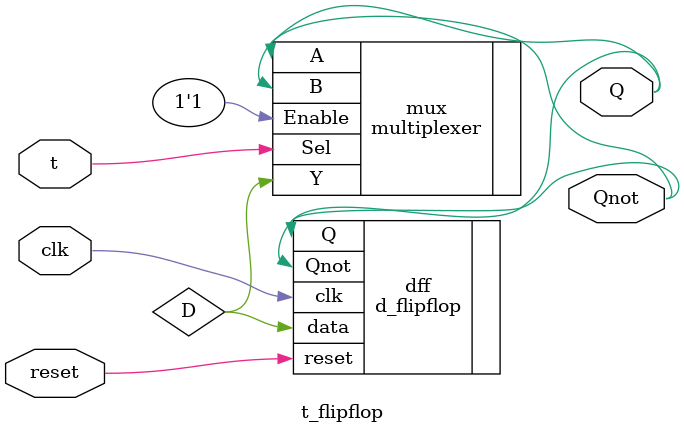
<source format=v>
module t_flipflop(
    input  t,
    input  clk,
    input  reset,
    output Q,
    output Qnot
);

    wire D;

    // T flip-flop behavior:
    // T = 0 → hold
    // T = 1 → toggle (Qnot)
    multiplexer mux( .A(Q), .B(Qnot), .Sel(t), .Enable(1'b1), .Y(D));

    d_flipflop dff(.data(D), .clk(clk), .reset(reset), .Q(Q), .Qnot(Qnot));

endmodule

</source>
